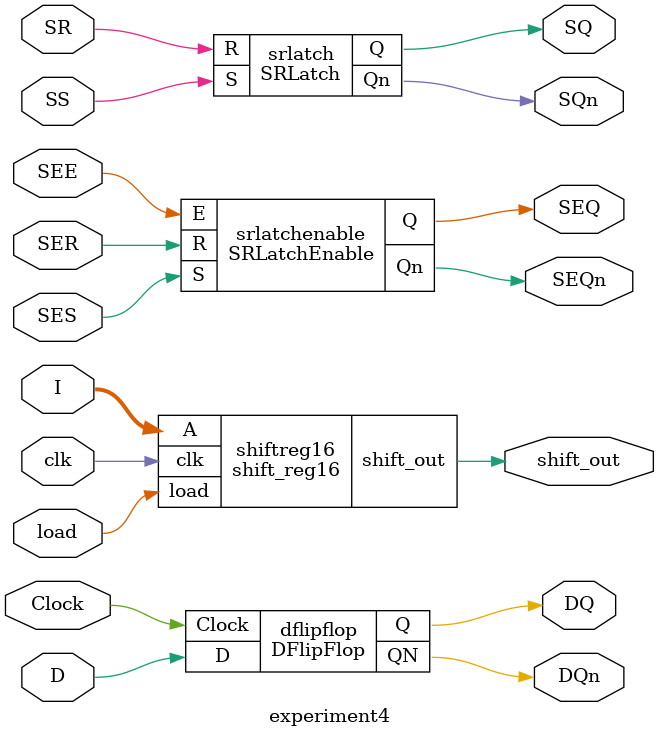
<source format=v>
`timescale 1ns / 1ps
module and_gate(A,B,C);
    //Inputs
    input A,B;
    //Outputs
    output C;
    assign C = A&B;
endmodule

module or_gate(A,B,C);
    //Inputs
    input A,B;
    //Outputs
    output C;
    assign C = A | B;
endmodule

module not_gate(A,B);
    //Inputs
    input A;
    //Outputs
    output B;
    assign B = ~A;
endmodule

module xor_gate(A,B,C);
    //Inputs
    input A,B;
    //Outputs
    output C;
    assign C = ~A&B | A&~B;
endmodule

module nand_gate(A,B,C);
    //Inputs
    input A,B;
    //Outputs
    output C;
    assign C = ~(A&B);
endmodule

//part1

module SRLatch (S,R,Q,Qn);
    //inputs
    input S;
    input R;
    //outputs
    output Q;
    output Qn;
 
    nand_gate nand1(S,Qn,Q);
    nand_gate nand2(R,Q,Qn);

endmodule

//part2

module SRLatchEnable (S,R,E,Q,Qn);
    //inputs
    input S;
    input R;
    input E;
    //outputs
    output Q;
    output Qn;

    // Intermediate Wires

        wire SE;
        wire RE;

    nand_gate nand1(S,E,SE);
    nand_gate nand2(R,E,RE);

    SRLatch srlatch1(SE,RE,Q,Qn);
    
endmodule

//part3

module Dlatch (D,Clock,Q,QN);
    //inputs
    input D;
    input Clock;
    //outputs
    output Q;
    output QN;

    // Intermediate Wires
    wire Dnot;

    nand_gate nandgate1(D,D,Dnot);

    SRLatchEnable srlatchenable1(D,Dnot,Clock,Q,QN);

endmodule

module DFlipFlop (D,Clock,Q,QN);
    
    //inputs
    input D;
    input Clock;
    //outputs
    output Q;
    output QN;

    // Intermediate Wires
    wire Clocknot;
    wire DQ;
    wire DQN;

    nand_gate nand1(Clock,Clock,Clocknot);

    Dlatch dlatch1(D,Clocknot,DQ,DQN);
    Dlatch dlatch2(DQ,Clock,Q,QN);

endmodule

//part4

module shift_reg16 ( A, clk, load, shift_out );
    
    //Inputs
    input [15:0] A;
    input clk;
    input load;

    //Outputs
    output shift_out;

    reg [15:0] B;
    reg [15:0] temp;

    assign shift_out = temp[0];
    always @(posedge clk)
    begin
        if(load == 1)
        begin
            temp[0] = A[0];
            temp[1] = A[1];
            temp[2] = A[2];
            temp[3] = A[3];
            temp[4] = A[4];
            temp[5] = A[5];
            temp[6] = A[6];
            temp[7] = A[7];
            temp[8] = A[8];
            temp[9] = A[9];
            temp[10] = A[10];
            temp[11] = A[11];
            temp[12] = A[12];
            temp[13] = A[13];
            temp[14] = A[14];
            temp[15] = A[15];
        end
        else
        begin
            B[0] = temp[15];
            B[15] = temp[14];
            B[14] = temp[13];
            B[13] = temp[12];
            B[12] = temp[11];
            B[11] = temp[10];
            B[10] = temp[9];
            B[9] = temp[8];
            B[8] = temp[7];
            B[7] = temp[6];
            B[6] = temp[5];
            B[5] = temp[4];
            B[4] = temp[3];
            B[3] = temp[2];
            B[1] = temp[1];
            B[1] = temp[0];
            temp[0]=B[0];
            temp[1]=B[1];
            temp[2]=B[2];
            temp[3]=B[3];
            temp[4]=B[4];
            temp[5]=B[5];
            temp[6]=B[6];
            temp[7]=B[7];
            temp[8]=B[8];
            temp[9]=B[9];
            temp[10]=B[10];
            temp[11]=B[11];
            temp[12]=B[12];
            temp[13]=B[13];
            temp[14]=B[14];
            temp[15]=B[15];
        end
    end
endmodule
// main function

module experiment4(SS,SR,SQ,SQn,SES,SER,SEE,SEQ,SEQn,D,Clock,DQ,DQn,I,clk,load,shift_out);

    //inputs
    input SS,SR,SES,SER,SEE,D,Clock,clk,load;
    input [15:0] I;
    //outputs
    output SQ,SQn,SEQ,SEQn,DQ,DQn,shift_out;

    SRLatch srlatch(SS,SR,SQ,SQn);
    SRLatchEnable srlatchenable(SES,SER,SEE,SEQ,SEQn);
    DFlipFlop dflipflop(D,Clock,DQ,DQn);
    shift_reg16 shiftreg16(I,clk,load,shift_out);

endmodule
</source>
